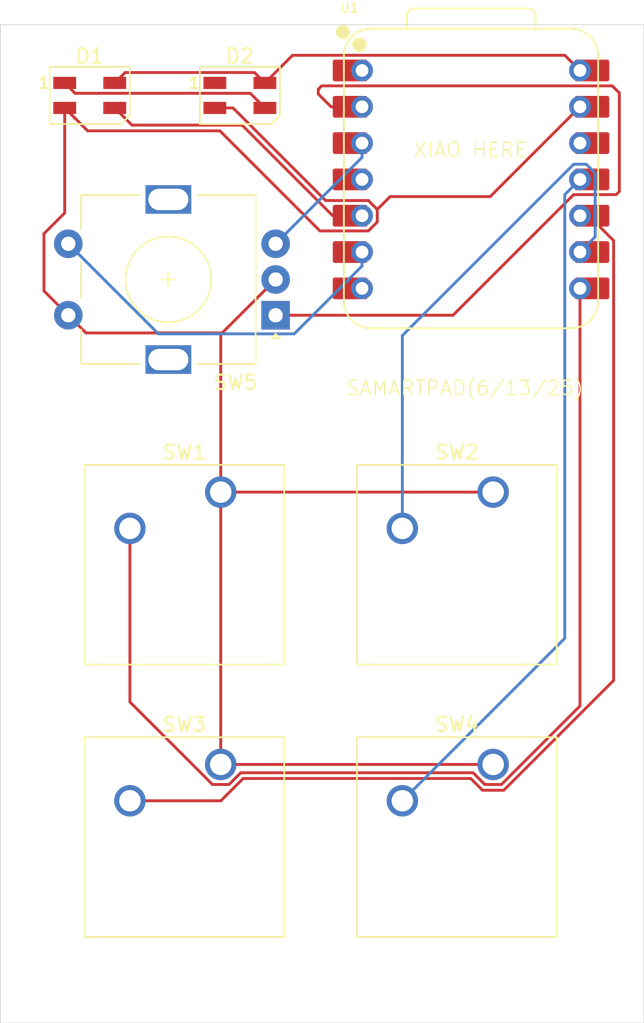
<source format=kicad_pcb>
(kicad_pcb (version 20241229) (generator "pcbnew") (generator_version "9.0")
  (layers (0 "F.Cu" signal) (2 "B.Cu" signal) (13 "F.Paste" user) (15 "B.Paste" user) (5 "F.SilkS" user "F.Silkscreen") (7 "B.SilkS" user "B.Silkscreen") (1 "F.Mask" user) (3 "B.Mask" user) (25 "Edge.Cuts" user))
  (net 0 "")
  (net 1 "+5V")
  (net 2 "Net-(D1-DOUT)")
  (net 3 "GND")
  (net 4 "Net-(D1-DIN)")
  (net 6 "Net-(U1-GPIO20{slash}D7{slash}RX)")
  (net 7 "Net-(U1-GPIO8{slash}D8{slash}SCK)")
  (net 8 "Net-(U1-GPIO9{slash}D9{slash}MISO)")
  (net 9 "Net-(U1-GPIO10{slash}D10{slash}MOSI)")
  (net 10 "Net-(U1-GPIO7{slash}D5{slash}SCL)")
  (net 11 "Net-(U1-GPIO4{slash}A2{slash}D2)")
  (net 12 "Net-(U1-GPIO3{slash}A1{slash}D1)")
  (footprint "LED_SMD:LED_SK6812MINI_PLCC4_3.5x3.5mm_P1.75mm" (layer "F.Cu") (at 132.25 69.125)
    (property "Reference" "D1" (at 0 -2.75 0) (layer "F.SilkS"))
    (property "Value" "SK6812MINI")
    (fp_line (start -2.8 -2) (end -2.8 2) (stroke (width 0.12)) (layer "F.SilkS"))
    (fp_line (start -2.8 -2) (end 2.8 -2) (stroke (width 0.12)) (layer "F.SilkS"))
    (fp_line (start -2.8 2) (end 2.2 2) (stroke (width 0.12)) (layer "F.SilkS"))
    (fp_line (start 2.8 1.4) (end 2.2 2) (stroke (width 0.12)) (layer "F.SilkS"))
    (fp_line (start 2.8 1.4) (end 2.8 -2) (stroke (width 0.12)) (layer "F.SilkS"))
    (fp_text user "1" (at -3.2 -0.875 0) (layer "F.SilkS") (effects (font (size 0.8 0.8))))
    (pad "1" smd rect (at -1.75 -0.875) (size 1.6 0.85) (layers "F.Cu" "F.Mask" "F.Paste") (net 2 "Net-(D1-DOUT)"))
    (pad "2" smd rect (at -1.75 0.875) (size 1.6 0.85) (layers "F.Cu" "F.Mask" "F.Paste") (net 3 "GND"))
    (pad "3" smd rect (at 1.75 0.875) (size 1.6 0.85) (layers "F.Cu" "F.Mask" "F.Paste") (net 4 "Net-(D1-DIN)"))
    (pad "4" smd rect (at 1.75 -0.875) (size 1.6 0.85) (layers "F.Cu" "F.Mask" "F.Paste") (net 1 "+5V"))
  )
  (footprint "LED_SMD:LED_SK6812MINI_PLCC4_3.5x3.5mm_P1.75mm" (layer "F.Cu") (at 142.75 69.125)
    (property "Reference" "D2" (at 0 -2.75 0) (layer "F.SilkS"))
    (property "Value" "SK6812MINI")
    (fp_line (start -2.8 -2) (end -2.8 2) (stroke (width 0.12)) (layer "F.SilkS"))
    (fp_line (start -2.8 -2) (end 2.8 -2) (stroke (width 0.12)) (layer "F.SilkS"))
    (fp_line (start -2.8 2) (end 2.2 2) (stroke (width 0.12)) (layer "F.SilkS"))
    (fp_line (start 2.8 1.4) (end 2.2 2) (stroke (width 0.12)) (layer "F.SilkS"))
    (fp_line (start 2.8 1.4) (end 2.8 -2) (stroke (width 0.12)) (layer "F.SilkS"))
    (fp_text user "1" (at -3.2 -0.875 0) (layer "F.SilkS") (effects (font (size 0.8 0.8))))
    (pad "1" smd rect (at -1.75 -0.875) (size 1.6 0.85) (layers "F.Cu" "F.Mask" "F.Paste"))
    (pad "2" smd rect (at -1.75 0.875) (size 1.6 0.85) (layers "F.Cu" "F.Mask" "F.Paste") (net 3 "GND"))
    (pad "3" smd rect (at 1.75 0.875) (size 1.6 0.85) (layers "F.Cu" "F.Mask" "F.Paste") (net 2 "Net-(D1-DOUT)"))
    (pad "4" smd rect (at 1.75 -0.875) (size 1.6 0.85) (layers "F.Cu" "F.Mask" "F.Paste") (net 1 "+5V"))
  )
  (footprint "OPL foot:XIAO-RP2040-DIP" (layer "F.Cu") (at 158.9125 75)
    (property "Reference" "U1" (at -8.5 -12 0) (layer "F.SilkS") (effects (font (size 0.635 0.635) (thickness 0.1016))))
    (property "Value" "XIAO-ESP32-C3-DIP")
    (fp_line (start -8.89 8.509) (end -8.89 -8.636) (stroke (width 0.127)) (layer "F.SilkS"))
    (fp_line (start -6.985 10.414) (end 6.985 10.414) (stroke (width 0.127)) (layer "F.SilkS"))
    (fp_line (start -4.495 -10.541) (end -4.491272 -11.451272) (stroke (width 0.127)) (layer "F.SilkS"))
    (fp_line (start -3.991272 -11.951) (end 4.004 -11.951) (stroke (width 0.127)) (layer "F.SilkS"))
    (fp_line (start 4.504 -11.451) (end 4.504 -10.541) (stroke (width 0.127)) (layer "F.SilkS"))
    (fp_line (start 6.985 -10.541) (end -6.985 -10.541) (stroke (width 0.1)) (layer "F.SilkS"))
    (fp_line (start 6.985 -10.541) (end -6.985 -10.541) (stroke (width 0.127)) (layer "F.SilkS"))
    (fp_line (start 8.89 8.509) (end 8.89 -8.636) (stroke (width 0.127)) (layer "F.SilkS"))
    (fp_arc (start -8.89 -8.636) (mid -8.332038 -9.983038) (end -6.985 -10.541) (stroke (width 0.127)) (layer "F.SilkS"))
    (fp_arc (start -6.985 10.414) (mid -8.332038 9.856038) (end -8.89 8.509) (stroke (width 0.127)) (layer "F.SilkS"))
    (fp_arc (start -4.491272 -11.451272) (mid -4.344728 -11.80464) (end -3.991272 -11.951) (stroke (width 0.127)) (layer "F.SilkS"))
    (fp_arc (start 4.004 -11.951) (mid 4.357553 -11.804553) (end 4.504 -11.451) (stroke (width 0.127)) (layer "F.SilkS"))
    (fp_arc (start 6.985 -10.541) (mid 8.332038 -9.983038) (end 8.89 -8.636) (stroke (width 0.127)) (layer "F.SilkS"))
    (fp_arc (start 8.89 8.509) (mid 8.332038 9.856038) (end 6.985 10.414) (stroke (width 0.127)) (layer "F.SilkS"))
    (fp_circle (center -8.95 -10.3) (end -8.95 -10.554) (stroke (width 0.5)) (fill yes) (layer "F.SilkS"))
    (fp_circle (center -7.807 -9.42) (end -7.807 -9.674) (stroke (width 0.5)) (fill yes) (layer "F.SilkS"))
    (pad "1" smd roundrect (at -8.455 -7.62 180) (size 2.432 1.524) (layers "F.Cu" "F.Mask") (roundrect_rratio 0.1))
    (pad "1" thru_hole circle (at -7.62 -7.62 180) (size 1.524 1.524) (drill 0.889) (layers "*.Cu" "*.Mask"))
    (pad "2" smd roundrect (at -8.455 -5.08 180) (size 2.432 1.524) (layers "F.Cu" "F.Mask") (roundrect_rratio 0.1) (net 12 "Net-(U1-GPIO3{slash}A1{slash}D1)"))
    (pad "2" thru_hole circle (at -7.62 -5.08 180) (size 1.524 1.524) (drill 0.889) (layers "*.Cu" "*.Mask") (net 12 "Net-(U1-GPIO3{slash}A1{slash}D1)"))
    (pad "3" smd roundrect (at -8.455 -2.54 180) (size 2.432 1.524) (layers "F.Cu" "F.Mask") (roundrect_rratio 0.1) (net 11 "Net-(U1-GPIO4{slash}A2{slash}D2)"))
    (pad "3" thru_hole circle (at -7.62 -2.54 180) (size 1.524 1.524) (drill 0.889) (layers "*.Cu" "*.Mask") (net 11 "Net-(U1-GPIO4{slash}A2{slash}D2)"))
    (pad "4" smd roundrect (at -8.455 0 180) (size 2.432 1.524) (layers "F.Cu" "F.Mask") (roundrect_rratio 0.1))
    (pad "4" thru_hole circle (at -7.62 0 180) (size 1.524 1.524) (drill 0.889) (layers "*.Cu" "*.Mask"))
    (pad "5" smd roundrect (at -8.455 2.54 180) (size 2.432 1.524) (layers "F.Cu" "F.Mask") (roundrect_rratio 0.1) (net 4 "Net-(D1-DIN)"))
    (pad "5" thru_hole circle (at -7.62 2.54 180) (size 1.524 1.524) (drill 0.889) (layers "*.Cu" "*.Mask") (net 4 "Net-(D1-DIN)"))
    (pad "6" smd roundrect (at -8.455 5.08 180) (size 2.432 1.524) (layers "F.Cu" "F.Mask") (roundrect_rratio 0.1) (net 10 "Net-(U1-GPIO7{slash}D5{slash}SCL)"))
    (pad "6" thru_hole circle (at -7.62 5.08 180) (size 1.524 1.524) (drill 0.889) (layers "*.Cu" "*.Mask") (net 10 "Net-(U1-GPIO7{slash}D5{slash}SCL)"))
    (pad "7" smd roundrect (at -8.455 7.62 180) (size 2.432 1.524) (layers "F.Cu" "F.Mask") (roundrect_rratio 0.1))
    (pad "7" thru_hole circle (at -7.62 7.62 180) (size 1.524 1.524) (drill 0.889) (layers "*.Cu" "*.Mask"))
    (pad "8" thru_hole circle (at 7.62 7.62) (size 1.524 1.524) (drill 0.889) (layers "*.Cu" "*.Mask") (net 6 "Net-(U1-GPIO20{slash}D7{slash}RX)"))
    (pad "8" smd roundrect (at 8.455 7.62) (size 2.432 1.524) (layers "F.Cu" "F.Mask") (roundrect_rratio 0.1) (net 6 "Net-(U1-GPIO20{slash}D7{slash}RX)"))
    (pad "9" thru_hole circle (at 7.62 5.08) (size 1.524 1.524) (drill 0.889) (layers "*.Cu" "*.Mask") (net 7 "Net-(U1-GPIO8{slash}D8{slash}SCK)"))
    (pad "9" smd roundrect (at 8.455 5.08) (size 2.432 1.524) (layers "F.Cu" "F.Mask") (roundrect_rratio 0.1) (net 7 "Net-(U1-GPIO8{slash}D8{slash}SCK)"))
    (pad "10" thru_hole circle (at 7.62 2.54) (size 1.524 1.524) (drill 0.889) (layers "*.Cu" "*.Mask") (net 8 "Net-(U1-GPIO9{slash}D9{slash}MISO)"))
    (pad "10" smd roundrect (at 8.455 2.54) (size 2.432 1.524) (layers "F.Cu" "F.Mask") (roundrect_rratio 0.1) (net 8 "Net-(U1-GPIO9{slash}D9{slash}MISO)"))
    (pad "11" thru_hole circle (at 7.62 0) (size 1.524 1.524) (drill 0.889) (layers "*.Cu" "*.Mask") (net 9 "Net-(U1-GPIO10{slash}D10{slash}MOSI)"))
    (pad "11" smd roundrect (at 8.455 0) (size 2.432 1.524) (layers "F.Cu" "F.Mask") (roundrect_rratio 0.1) (net 9 "Net-(U1-GPIO10{slash}D10{slash}MOSI)"))
    (pad "12" thru_hole circle (at 7.62 -2.54) (size 1.524 1.524) (drill 0.889) (layers "*.Cu" "*.Mask"))
    (pad "12" smd roundrect (at 8.455 -2.54) (size 2.432 1.524) (layers "F.Cu" "F.Mask") (roundrect_rratio 0.1))
    (pad "13" thru_hole circle (at 7.62 -5.08) (size 1.524 1.524) (drill 0.889) (layers "*.Cu" "*.Mask") (net 3 "GND"))
    (pad "13" smd roundrect (at 8.455 -5.08) (size 2.432 1.524) (layers "F.Cu" "F.Mask") (roundrect_rratio 0.1) (net 3 "GND"))
    (pad "14" thru_hole circle (at 7.62 -7.62) (size 1.524 1.524) (drill 0.889) (layers "*.Cu" "*.Mask") (net 1 "+5V"))
    (pad "14" smd roundrect (at 8.455 -7.62) (size 2.432 1.524) (layers "F.Cu" "F.Mask") (roundrect_rratio 0.1) (net 1 "+5V"))
  )
  (footprint "Button_Switch_Keyboard:SW_Cherry_MX_1.00u_PCB" (layer "F.Cu") (at 160.46 96.87)
    (property "Reference" "SW2" (at -2.54 -2.794 0) (layer "F.SilkS"))
    (property "Value" "SW_Push")
    (fp_line (start -9.525 -1.905) (end 4.445 -1.905) (stroke (width 0.12)) (layer "F.SilkS"))
    (fp_line (start -9.525 12.065) (end -9.525 -1.905) (stroke (width 0.12)) (layer "F.SilkS"))
    (fp_line (start 4.445 -1.905) (end 4.445 12.065) (stroke (width 0.12)) (layer "F.SilkS"))
    (fp_line (start 4.445 12.065) (end -9.525 12.065) (stroke (width 0.12)) (layer "F.SilkS"))
    (pad "" np_thru_hole circle (at -7.62 5.08) (size 1.7 1.7) (drill 1.7) (layers "*.Cu" "*.Mask"))
    (pad "" np_thru_hole circle (at -2.54 5.08) (size 4 4) (drill 4) (layers "*.Cu" "*.Mask"))
    (pad "" np_thru_hole circle (at 2.54 5.08) (size 1.7 1.7) (drill 1.7) (layers "*.Cu" "*.Mask"))
    (pad "1" thru_hole circle (at 0 0) (size 2.2 2.2) (drill 1.5) (layers "*.Cu" "*.Mask") (net 3 "GND"))
    (pad "2" thru_hole circle (at -6.35 2.54) (size 2.2 2.2) (drill 1.5) (layers "*.Cu" "*.Mask") (net 7 "Net-(U1-GPIO8{slash}D8{slash}SCK)"))
  )
  (footprint "Button_Switch_Keyboard:SW_Cherry_MX_1.00u_PCB" (layer "F.Cu") (at 160.46 115.92)
    (property "Reference" "SW4" (at -2.54 -2.794 0) (layer "F.SilkS"))
    (property "Value" "SW_Push")
    (fp_line (start -9.525 -1.905) (end 4.445 -1.905) (stroke (width 0.12)) (layer "F.SilkS"))
    (fp_line (start -9.525 12.065) (end -9.525 -1.905) (stroke (width 0.12)) (layer "F.SilkS"))
    (fp_line (start 4.445 -1.905) (end 4.445 12.065) (stroke (width 0.12)) (layer "F.SilkS"))
    (fp_line (start 4.445 12.065) (end -9.525 12.065) (stroke (width 0.12)) (layer "F.SilkS"))
    (pad "" np_thru_hole circle (at -7.62 5.08) (size 1.7 1.7) (drill 1.7) (layers "*.Cu" "*.Mask"))
    (pad "" np_thru_hole circle (at -2.54 5.08) (size 4 4) (drill 4) (layers "*.Cu" "*.Mask"))
    (pad "" np_thru_hole circle (at 2.54 5.08) (size 1.7 1.7) (drill 1.7) (layers "*.Cu" "*.Mask"))
    (pad "1" thru_hole circle (at 0 0) (size 2.2 2.2) (drill 1.5) (layers "*.Cu" "*.Mask") (net 3 "GND"))
    (pad "2" thru_hole circle (at -6.35 2.54) (size 2.2 2.2) (drill 1.5) (layers "*.Cu" "*.Mask") (net 9 "Net-(U1-GPIO10{slash}D10{slash}MOSI)"))
  )
  (footprint "Button_Switch_Keyboard:SW_Cherry_MX_1.00u_PCB" (layer "F.Cu") (at 141.41 115.92)
    (property "Reference" "SW3" (at -2.54 -2.794 0) (layer "F.SilkS"))
    (property "Value" "SW_Push")
    (fp_line (start -9.525 -1.905) (end 4.445 -1.905) (stroke (width 0.12)) (layer "F.SilkS"))
    (fp_line (start -9.525 12.065) (end -9.525 -1.905) (stroke (width 0.12)) (layer "F.SilkS"))
    (fp_line (start 4.445 -1.905) (end 4.445 12.065) (stroke (width 0.12)) (layer "F.SilkS"))
    (fp_line (start 4.445 12.065) (end -9.525 12.065) (stroke (width 0.12)) (layer "F.SilkS"))
    (pad "" np_thru_hole circle (at -7.62 5.08) (size 1.7 1.7) (drill 1.7) (layers "*.Cu" "*.Mask"))
    (pad "" np_thru_hole circle (at -2.54 5.08) (size 4 4) (drill 4) (layers "*.Cu" "*.Mask"))
    (pad "" np_thru_hole circle (at 2.54 5.08) (size 1.7 1.7) (drill 1.7) (layers "*.Cu" "*.Mask"))
    (pad "1" thru_hole circle (at 0 0) (size 2.2 2.2) (drill 1.5) (layers "*.Cu" "*.Mask") (net 3 "GND"))
    (pad "2" thru_hole circle (at -6.35 2.54) (size 2.2 2.2) (drill 1.5) (layers "*.Cu" "*.Mask") (net 8 "Net-(U1-GPIO9{slash}D9{slash}MISO)"))
  )
  (footprint "Button_Switch_Keyboard:SW_Cherry_MX_1.00u_PCB" (layer "F.Cu") (at 141.41 96.87)
    (property "Reference" "SW1" (at -2.54 -2.794 0) (layer "F.SilkS"))
    (property "Value" "SW_Push")
    (fp_line (start -9.525 -1.905) (end 4.445 -1.905) (stroke (width 0.12)) (layer "F.SilkS"))
    (fp_line (start -9.525 12.065) (end -9.525 -1.905) (stroke (width 0.12)) (layer "F.SilkS"))
    (fp_line (start 4.445 -1.905) (end 4.445 12.065) (stroke (width 0.12)) (layer "F.SilkS"))
    (fp_line (start 4.445 12.065) (end -9.525 12.065) (stroke (width 0.12)) (layer "F.SilkS"))
    (pad "" np_thru_hole circle (at -7.62 5.08) (size 1.7 1.7) (drill 1.7) (layers "*.Cu" "*.Mask"))
    (pad "" np_thru_hole circle (at -2.54 5.08) (size 4 4) (drill 4) (layers "*.Cu" "*.Mask"))
    (pad "" np_thru_hole circle (at 2.54 5.08) (size 1.7 1.7) (drill 1.7) (layers "*.Cu" "*.Mask"))
    (pad "1" thru_hole circle (at 0 0) (size 2.2 2.2) (drill 1.5) (layers "*.Cu" "*.Mask") (net 3 "GND"))
    (pad "2" thru_hole circle (at -6.35 2.54) (size 2.2 2.2) (drill 1.5) (layers "*.Cu" "*.Mask") (net 6 "Net-(U1-GPIO20{slash}D7{slash}RX)"))
  )
  (footprint "Rotary_Encoder:RotaryEncoder_Alps_EC11E-Switch_Vertical_H20mm" (layer "F.Cu") (at 145.25 84.5 180)
    (property "Reference" "SW5" (at 2.8 -4.7 0) (layer "F.SilkS"))
    (property "Value" "RotaryEncoder_Switch")
    (fp_line (start 13.6 8.4) (end 9.5 8.4) (stroke (width 0.12)) (layer "F.SilkS"))
    (fp_line (start 13.6 6) (end 13.6 8.4) (stroke (width 0.12)) (layer "F.SilkS"))
    (fp_line (start 13.6 1.2) (end 13.6 3.8) (stroke (width 0.12)) (layer "F.SilkS"))
    (fp_line (start 13.6 -3.4) (end 13.6 -1) (stroke (width 0.12)) (layer "F.SilkS"))
    (fp_line (start 9.5 -3.4) (end 13.6 -3.4) (stroke (width 0.12)) (layer "F.SilkS"))
    (fp_line (start 7.5 2) (end 7.5 3) (stroke (width 0.12)) (layer "F.SilkS"))
    (fp_line (start 7 2.5) (end 8 2.5) (stroke (width 0.12)) (layer "F.SilkS"))
    (fp_line (start 5.5 8.4) (end 1.4 8.4) (stroke (width 0.12)) (layer "F.SilkS"))
    (fp_line (start 5.5 -3.4) (end 1.4 -3.4) (stroke (width 0.12)) (layer "F.SilkS"))
    (fp_line (start 1.4 -3.4) (end 1.4 8.4) (stroke (width 0.12)) (layer "F.SilkS"))
    (fp_line (start 0.3 -1.6) (end 0 -1.3) (stroke (width 0.12)) (layer "F.SilkS"))
    (fp_line (start 0 -1.3) (end -0.3 -1.6) (stroke (width 0.12)) (layer "F.SilkS"))
    (fp_line (start -0.3 -1.6) (end 0.3 -1.6) (stroke (width 0.12)) (layer "F.SilkS"))
    (fp_circle (center 7.5 2.5) (end 10.5 2.5) (stroke (width 0.12)) (fill no) (layer "F.SilkS"))
    (pad "A" thru_hole rect (at 0 0 180) (size 2 2) (drill 1) (layers "*.Cu" "*.Mask") (net 12 "Net-(U1-GPIO3{slash}A1{slash}D1)"))
    (pad "B" thru_hole circle (at 0 5 180) (size 2 2) (drill 1) (layers "*.Cu" "*.Mask") (net 11 "Net-(U1-GPIO4{slash}A2{slash}D2)"))
    (pad "C" thru_hole circle (at 0 2.5 180) (size 2 2) (drill 1) (layers "*.Cu" "*.Mask") (net 3 "GND"))
    (pad "MP" thru_hole rect (at 7.5 -3.1 180) (size 3.2 2) (drill oval 2.8 1.5) (layers "*.Cu" "*.Mask"))
    (pad "MP" thru_hole rect (at 7.5 8.1 180) (size 3.2 2) (drill oval 2.8 1.5) (layers "*.Cu" "*.Mask"))
    (pad "S1" thru_hole circle (at 14.5 5 180) (size 2 2) (drill 1) (layers "*.Cu" "*.Mask") (net 10 "Net-(U1-GPIO7{slash}D5{slash}SCL)"))
    (pad "S2" thru_hole circle (at 14.5 0 180) (size 2 2) (drill 1) (layers "*.Cu" "*.Mask") (net 3 "GND"))
  )
  (gr_rect (start 126 64.175) (end 171 134) (stroke (width 0.05)) (fill no) (layer "Edge.Cuts"))
  (gr_text "XIAO HERE" (at 154.825 73.525 0) (layer "F.SilkS") (effects (font (size 1 1) (thickness 0.1)) (justify left bottom)))
  (gr_text "SAMARTPAD(6/13/25)\n" (at 150.1 90.175 0) (layer "F.SilkS") (effects (font (size 1 1) (thickness 0.1)) (justify left bottom)))
  (segment (start 165.4695 66.317) (end 166.5325 67.38) (width 0.2) (layer "F.Cu") (net 1))
  (segment (start 134 68.25) (end 134.726 67.524) (width 0.2) (layer "F.Cu") (net 1))
  (segment (start 146.433 66.317) (end 165.4695 66.317) (width 0.2) (layer "F.Cu") (net 1))
  (segment (start 143.774 67.524) (end 144.5 68.25) (width 0.2) (layer "F.Cu") (net 1))
  (segment (start 144.5 68.25) (end 146.433 66.317) (width 0.2) (layer "F.Cu") (net 1))
  (segment (start 134.726 67.524) (end 143.774 67.524) (width 0.2) (layer "F.Cu") (net 1))
  (segment (start 144.5 70) (end 143.476 68.976) (width 0.2) (layer "F.Cu") (net 2))
  (segment (start 143.476 68.976) (end 131.226 68.976) (width 0.2) (layer "F.Cu") (net 2))
  (segment (start 131.226 68.976) (end 130.5 68.25) (width 0.2) (layer "F.Cu") (net 2))
  (segment (start 129.048 78.795008) (end 130.5 77.343008) (width 0.2) (layer "F.Cu") (net 3))
  (segment (start 148.7456 76.477) (end 142.2686 70) (width 0.2) (layer "F.Cu") (net 3))
  (segment (start 130.5 77.343008) (end 130.5 70) (width 0.2) (layer "F.Cu") (net 3))
  (segment (start 148.351 78.603) (end 151.73281 78.603) (width 0.2) (layer "F.Cu") (net 3))
  (segment (start 151.73281 78.603) (end 152.3555 77.98031) (width 0.2) (layer "F.Cu") (net 3))
  (segment (start 132.102 71.602) (end 141.35 71.602) (width 0.2) (layer "F.Cu") (net 3))
  (segment (start 130.5 70) (end 132.102 71.602) (width 0.2) (layer "F.Cu") (net 3))
  (segment (start 141.41 96.87) (end 141.41 85.84) (width 0.2) (layer "F.Cu") (net 3))
  (segment (start 151.73281 76.477) (end 148.7456 76.477) (width 0.2) (layer "F.Cu") (net 3))
  (segment (start 160.46 96.87) (end 141.41 96.87) (width 0.2) (layer "F.Cu") (net 3))
  (segment (start 129.048 78.795008) (end 129.048 82.798) (width 0.2) (layer "F.Cu") (net 3))
  (segment (start 141.41 115.92) (end 160.46 115.92) (width 0.2) (layer "F.Cu") (net 3))
  (segment (start 152.3555 77.98031) (end 152.3555 77.09969) (width 0.2) (layer "F.Cu") (net 3))
  (segment (start 141.41 96.87) (end 141.41 115.92) (width 0.2) (layer "F.Cu") (net 3))
  (segment (start 160.46 115.92) (end 160.83 115.92) (width 0.2) (layer "F.Cu") (net 3))
  (segment (start 152.3555 77.09969) (end 151.73281 76.477) (width 0.2) (layer "F.Cu") (net 3))
  (segment (start 141.5125 85.7375) (end 145.25 82) (width 0.2) (layer "F.Cu") (net 3))
  (segment (start 141.35 71.602) (end 148.351 78.603) (width 0.2) (layer "F.Cu") (net 3))
  (segment (start 153.25519 76.2) (end 152.3555 77.09969) (width 0.2) (layer "F.Cu") (net 3))
  (segment (start 160.83 115.92) (end 161.05 115.7) (width 0.2) (layer "F.Cu") (net 3))
  (segment (start 160.2525 76.2) (end 166.5325 69.92) (width 0.2) (layer "F.Cu") (net 3))
  (segment (start 130.75 84.5) (end 131.9875 85.7375) (width 0.2) (layer "F.Cu") (net 3))
  (segment (start 142.2686 70) (end 141 70) (width 0.2) (layer "F.Cu") (net 3))
  (segment (start 131.9875 85.7375) (end 141.5125 85.7375) (width 0.2) (layer "F.Cu") (net 3))
  (segment (start 129.048 82.798) (end 130.75 84.5) (width 0.2) (layer "F.Cu") (net 3))
  (segment (start 160.2525 76.2) (end 153.25519 76.2) (width 0.2) (layer "F.Cu") (net 3))
  (segment (start 141.41 85.84) (end 141.5125 85.7375) (width 0.2) (layer "F.Cu") (net 3))
  (segment (start 151.2925 77.54) (end 150.4575 77.54) (width 0.2) (layer "F.Cu") (net 4))
  (segment (start 142.9025 71.201) (end 149.2415 77.54) (width 0.2) (layer "F.Cu") (net 4))
  (segment (start 134 70) (end 135.201 71.201) (width 0.2) (layer "F.Cu") (net 4))
  (segment (start 149.2415 77.54) (end 150.4575 77.54) (width 0.2) (layer "F.Cu") (net 4))
  (segment (start 135.201 71.201) (end 142.9025 71.201) (width 0.2) (layer "F.Cu") (net 4))
  (segment (start 135.06 99.41) (end 135.06 111.551314) (width 0.2) (layer "F.Cu") (net 6))
  (segment (start 142.811 116.500314) (end 159.059 116.500314) (width 0.2) (layer "F.Cu") (net 6))
  (segment (start 159.059 116.500314) (end 159.879686 117.321) (width 0.2) (layer "F.Cu") (net 6))
  (segment (start 159.879686 117.321) (end 161.040314 117.321) (width 0.2) (layer "F.Cu") (net 6))
  (segment (start 141.990314 117.321) (end 142.811 116.500314) (width 0.2) (layer "F.Cu") (net 6))
  (segment (start 161.040314 117.321) (end 166.5325 111.828814) (width 0.2) (layer "F.Cu") (net 6))
  (segment (start 140.829686 117.321) (end 141.990314 117.321) (width 0.2) (layer "F.Cu") (net 6))
  (segment (start 166.5325 111.828814) (end 166.5325 82.62) (width 0.2) (layer "F.Cu") (net 6))
  (segment (start 135.06 111.551314) (end 140.829686 117.321) (width 0.2) (layer "F.Cu") (net 6))
  (segment (start 167.5955 79.017) (end 166.5325 80.08) (width 0.2) (layer "B.Cu") (net 7))
  (segment (start 154.11 99.41) (end 154.11 85.91919) (width 0.2) (layer "B.Cu") (net 7))
  (segment (start 154.11 85.91919) (end 166.09219 73.937) (width 0.2) (layer "B.Cu") (net 7))
  (segment (start 166.97281 73.937) (end 167.5955 74.55969) (width 0.2) (layer "B.Cu") (net 7))
  (segment (start 166.09219 73.937) (end 166.97281 73.937) (width 0.2) (layer "B.Cu") (net 7))
  (segment (start 167.5955 74.55969) (end 167.5955 79.017) (width 0.2) (layer "B.Cu") (net 7))
  (segment (start 158.8929 116.901314) (end 159.713586 117.722) (width 0.2) (layer "F.Cu") (net 8))
  (segment (start 159.713586 117.722) (end 161.206414 117.722) (width 0.2) (layer "F.Cu") (net 8))
  (segment (start 142.9771 116.901314) (end 158.8929 116.901314) (width 0.2) (layer "F.Cu") (net 8))
  (segment (start 141.418414 118.46) (end 142.9771 116.901314) (width 0.2) (layer "F.Cu") (net 8))
  (segment (start 168.8845 79.278374) (end 167.146126 77.54) (width 0.2) (layer "F.Cu") (net 8))
  (segment (start 167.146126 77.54) (end 166.5325 77.54) (width 0.2) (layer "F.Cu") (net 8))
  (segment (start 135.06 118.46) (end 141.418414 118.46) (width 0.2) (layer "F.Cu") (net 8))
  (segment (start 161.206414 117.722) (end 168.8845 110.043914) (width 0.2) (layer "F.Cu") (net 8))
  (segment (start 168.8845 110.043914) (end 168.8845 79.278374) (width 0.2) (layer "F.Cu") (net 8))
  (segment (start 166.5325 75) (end 168.2225 75) (width 0.2) (layer "F.Cu") (net 9))
  (segment (start 165.4695 76.063) (end 165.4695 107.1005) (width 0.2) (layer "B.Cu") (net 9))
  (segment (start 165.4695 107.1005) (end 154.11 118.46) (width 0.2) (layer "B.Cu") (net 9))
  (segment (start 166.5325 75) (end 165.4695 76.063) (width 0.2) (layer "B.Cu") (net 9))
  (segment (start 146.551 85.801) (end 151.2925 81.0595) (width 0.2) (layer "B.Cu") (net 10))
  (segment (start 137.051 85.801) (end 146.551 85.801) (width 0.2) (layer "B.Cu") (net 10))
  (segment (start 151.2925 81.0595) (end 151.2925 80.08) (width 0.2) (layer "B.Cu") (net 10))
  (segment (start 130.75 79.5) (end 137.051 85.801) (width 0.2) (layer "B.Cu") (net 10))
  (segment (start 150.615 72.46) (end 151.2925 72.46) (width 0.2) (layer "F.Cu") (net 11))
  (segment (start 151.2925 73.4575) (end 151.2925 72.46) (width 0.2) (layer "B.Cu") (net 11))
  (segment (start 145.25 79.5) (end 151.2925 73.4575) (width 0.2) (layer "B.Cu") (net 11))
  (segment (start 157.65519 84.5) (end 145.25 84.5) (width 0.2) (layer "F.Cu") (net 12))
  (segment (start 149.129 69.92) (end 148.2321 69.0231) (width 0.2) (layer "F.Cu") (net 12))
  (segment (start 169.063 76.063) (end 166.09219 76.063) (width 0.2) (layer "F.Cu") (net 12))
  (segment (start 168.789226 68.456) (end 169.2855 68.952274) (width 0.2) (layer "F.Cu") (net 12))
  (segment (start 148.2321 68.6909) (end 148.467 68.456) (width 0.2) (layer "F.Cu") (net 12))
  (segment (start 148.467 68.456) (end 168.789226 68.456) (width 0.2) (layer "F.Cu") (net 12))
  (segment (start 151.2925 69.92) (end 149.129 69.92) (width 0.2) (layer "F.Cu") (net 12))
  (segment (start 169.2855 68.952274) (end 169.2855 75.8405) (width 0.2) (layer "F.Cu") (net 12))
  (segment (start 166.09219 76.063) (end 157.65519 84.5) (width 0.2) (layer "F.Cu") (net 12))
  (segment (start 169.2855 75.8405) (end 169.063 76.063) (width 0.2) (layer "F.Cu") (net 12))
  (segment (start 148.2321 69.0231) (end 148.2321 68.6909) (width 0.2) (layer "F.Cu") (net 12))
)
</source>
